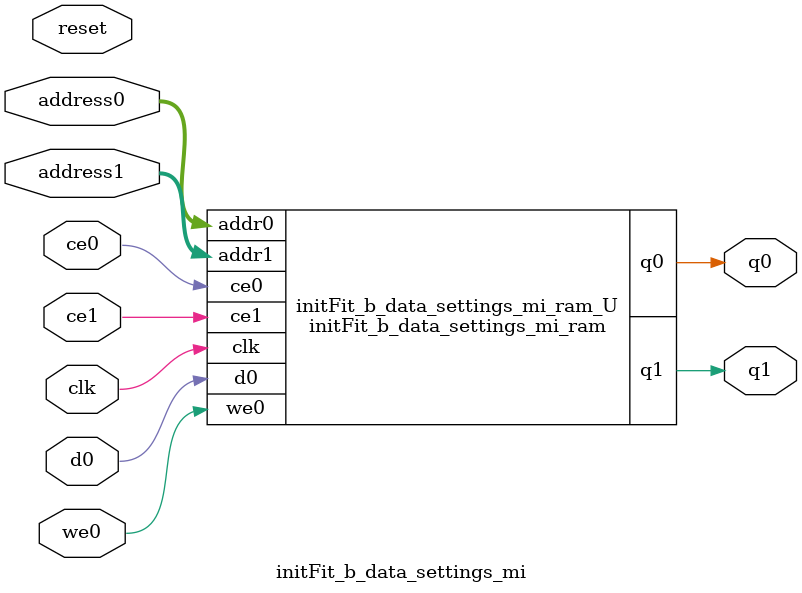
<source format=v>
`timescale 1 ns / 1 ps
module initFit_b_data_settings_mi_ram (addr0, ce0, d0, we0, q0, addr1, ce1, q1,  clk);

parameter DWIDTH = 1;
parameter AWIDTH = 4;
parameter MEM_SIZE = 10;

input[AWIDTH-1:0] addr0;
input ce0;
input[DWIDTH-1:0] d0;
input we0;
output reg[DWIDTH-1:0] q0;
input[AWIDTH-1:0] addr1;
input ce1;
output reg[DWIDTH-1:0] q1;
input clk;

(* ram_style = "distributed" *)reg [DWIDTH-1:0] ram[0:MEM_SIZE-1];




always @(posedge clk)  
begin 
    if (ce0) 
    begin
        if (we0) 
        begin 
            ram[addr0] <= d0; 
        end 
        q0 <= ram[addr0];
    end
end


always @(posedge clk)  
begin 
    if (ce1) 
    begin
        q1 <= ram[addr1];
    end
end


endmodule

`timescale 1 ns / 1 ps
module initFit_b_data_settings_mi(
    reset,
    clk,
    address0,
    ce0,
    we0,
    d0,
    q0,
    address1,
    ce1,
    q1);

parameter DataWidth = 32'd1;
parameter AddressRange = 32'd10;
parameter AddressWidth = 32'd4;
input reset;
input clk;
input[AddressWidth - 1:0] address0;
input ce0;
input we0;
input[DataWidth - 1:0] d0;
output[DataWidth - 1:0] q0;
input[AddressWidth - 1:0] address1;
input ce1;
output[DataWidth - 1:0] q1;



initFit_b_data_settings_mi_ram initFit_b_data_settings_mi_ram_U(
    .clk( clk ),
    .addr0( address0 ),
    .ce0( ce0 ),
    .we0( we0 ),
    .d0( d0 ),
    .q0( q0 ),
    .addr1( address1 ),
    .ce1( ce1 ),
    .q1( q1 ));

endmodule


</source>
